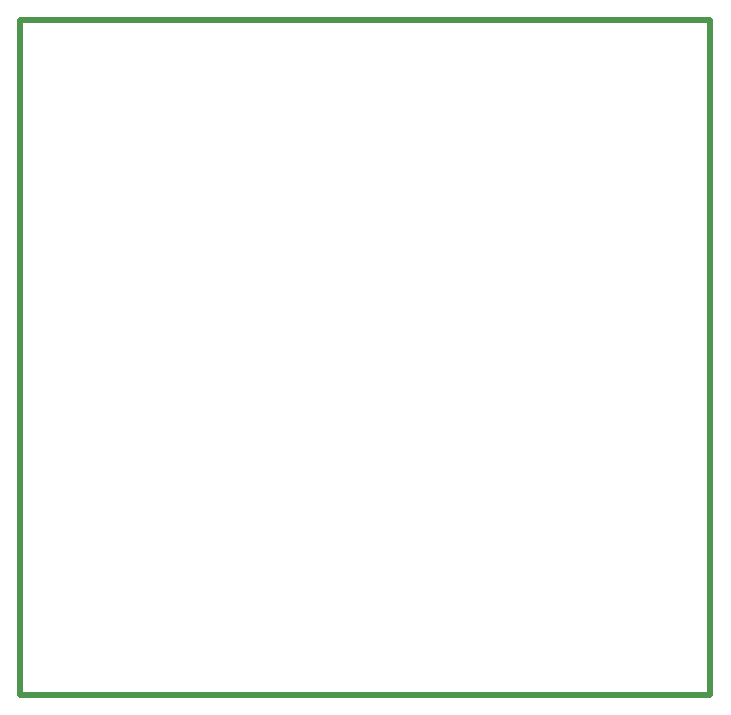
<source format=gbp>
%TF.GenerationSoftware,KiCad,Pcbnew,6.0.0-rc1-unknown-5cb2641142~116~ubuntu20.04.1*%
%TF.CreationDate,2021-12-06T17:50:32+01:00*%
%TF.ProjectId,CARTE_ESP32_TFT,43415254-455f-4455-9350-33325f544654,rev?*%
%TF.SameCoordinates,PX678e028PY7445a00*%
%TF.FileFunction,Paste,Bot*%
%TF.FilePolarity,Positive*%
%FSLAX46Y46*%
G04 Gerber Fmt 4.6, Leading zero omitted, Abs format (unit mm)*
G04 Created by KiCad (PCBNEW 6.0.0-rc1-unknown-5cb2641142~116~ubuntu20.04.1) date 2021-12-06 17:50:32*
%MOMM*%
%LPD*%
G01*
G04 APERTURE LIST*
%TA.AperFunction,Profile*%
%ADD10C,0.500000*%
%TD*%
G04 APERTURE END LIST*
D10*
X0Y0D02*
X58420000Y0D01*
X58420000Y0D02*
X58420000Y57150000D01*
X58420000Y57150000D02*
X0Y57150000D01*
X0Y57150000D02*
X0Y0D01*
M02*

</source>
